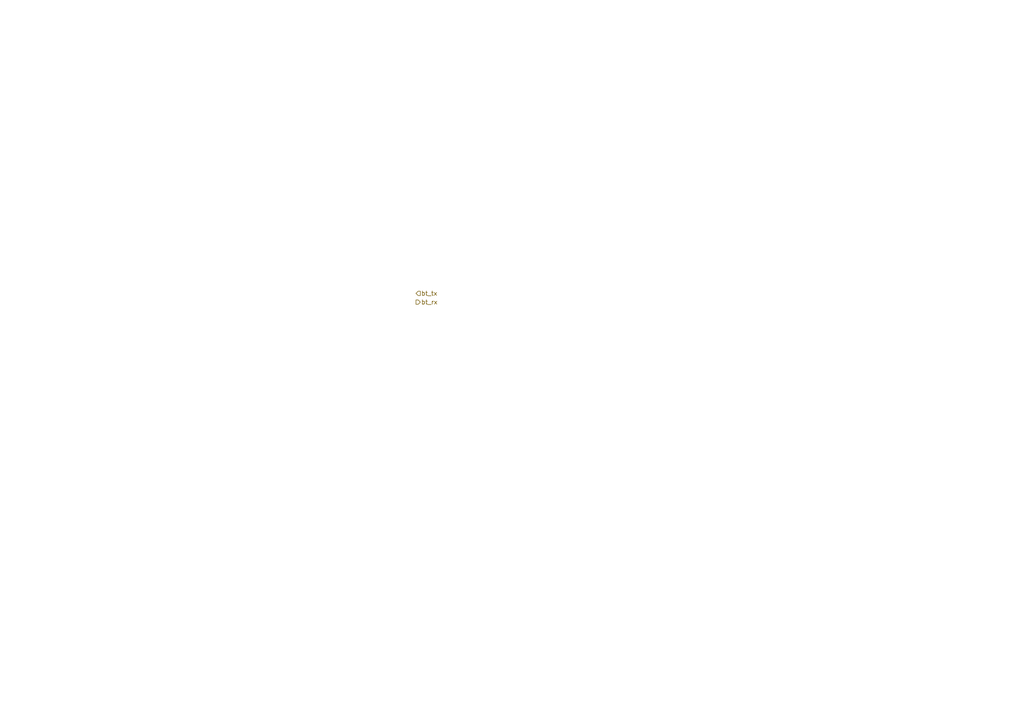
<source format=kicad_sch>
(kicad_sch (version 20211123) (generator eeschema)
  (paper "A4")
  (lib_symbols)
  (hierarchical_label "bt_tx" (shape input) (at 120.65 85.09 0))
  (hierarchical_label "bt_rx" (shape output) (at 120.65 87.63 0))
)
</source>
